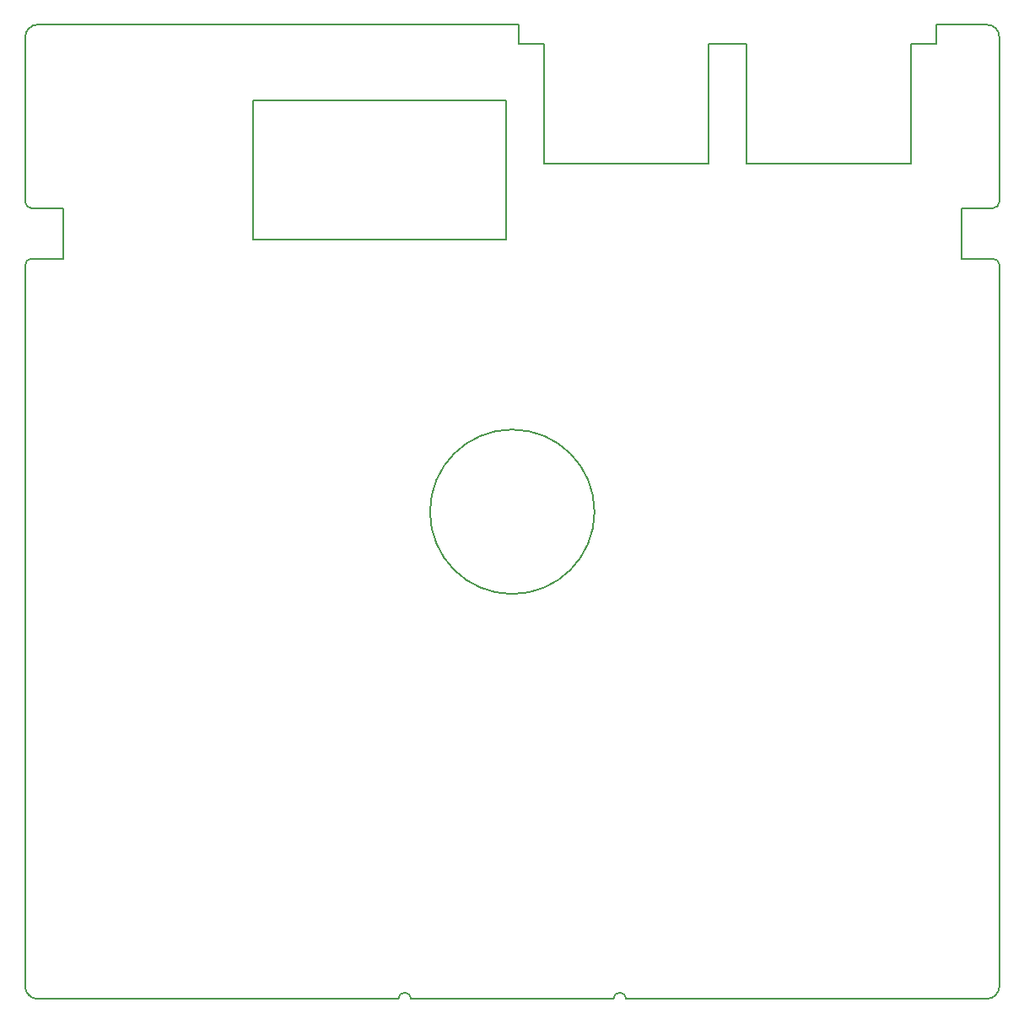
<source format=gm1>
G04 #@! TF.GenerationSoftware,KiCad,Pcbnew,(5.1.5)-3*
G04 #@! TF.CreationDate,2020-11-06T22:30:45+01:00*
G04 #@! TF.ProjectId,C64 Pi1541-II Faceplate,43363420-5069-4313-9534-312d49492046,rev?*
G04 #@! TF.SameCoordinates,Original*
G04 #@! TF.FileFunction,Profile,NP*
%FSLAX46Y46*%
G04 Gerber Fmt 4.6, Leading zero omitted, Abs format (unit mm)*
G04 Created by KiCad (PCBNEW (5.1.5)-3) date 2020-11-06 22:30:45*
%MOMM*%
%LPD*%
G04 APERTURE LIST*
%ADD10C,0.150000*%
G04 APERTURE END LIST*
D10*
X163830000Y-54610000D02*
X168910000Y-54610000D01*
X121920000Y-56515000D02*
X124460000Y-56515000D01*
X121920000Y-56515000D02*
X121920000Y-54610000D01*
X144780000Y-56515000D02*
X140970000Y-56515000D01*
X163830000Y-56515000D02*
X163830000Y-54610000D01*
X161290000Y-56515000D02*
X163830000Y-56515000D01*
X124460000Y-56515000D02*
X124460000Y-68580000D01*
X140970000Y-56515000D02*
X140970000Y-68580000D01*
X144780000Y-56515000D02*
X144780000Y-68580000D01*
X161290000Y-56515000D02*
X161290000Y-68580000D01*
X140970000Y-68580000D02*
X124460000Y-68580000D01*
X161290000Y-68580000D02*
X144780000Y-68580000D01*
X131445000Y-152400000D02*
X111125000Y-152400000D01*
X129540000Y-103505000D02*
G75*
G03X129540000Y-103505000I-8255000J0D01*
G01*
X132715000Y-152400000D02*
X168910000Y-152400000D01*
X131445000Y-152400000D02*
G75*
G02X132080000Y-151765000I635000J0D01*
G01*
X132080000Y-151765000D02*
G75*
G02X132715000Y-152400000I0J-635000D01*
G01*
X110490000Y-151765000D02*
G75*
G02X111125000Y-152400000I0J-635000D01*
G01*
X109855000Y-152400000D02*
G75*
G02X110490000Y-151765000I635000J0D01*
G01*
X170180000Y-55880000D02*
X170180000Y-72390000D01*
X170180000Y-72390000D02*
G75*
G02X169545000Y-73025000I-635000J0D01*
G01*
X166370000Y-78105000D02*
X169545000Y-78105000D01*
X166370000Y-78105000D02*
X166370000Y-73025000D01*
X166370000Y-73025000D02*
X169545000Y-73025000D01*
X169545000Y-78105000D02*
G75*
G02X170180000Y-78740000I0J-635000D01*
G01*
X72390000Y-78740000D02*
G75*
G02X73025000Y-78105000I635000J0D01*
G01*
X73025000Y-73025000D02*
G75*
G02X72390000Y-72390000I0J635000D01*
G01*
X95250000Y-76205000D02*
X95250000Y-62230000D01*
X120650000Y-76205000D02*
X95250000Y-76205000D01*
X120650000Y-62230000D02*
X120650000Y-76205000D01*
X95250000Y-62230000D02*
X120650000Y-62230000D01*
X76200000Y-78105000D02*
X73025000Y-78105000D01*
X76200000Y-73025000D02*
X76200000Y-78105000D01*
X73025000Y-73025000D02*
X76200000Y-73025000D01*
X72390000Y-78740000D02*
X72390000Y-151130000D01*
X72390000Y-72390000D02*
X72390000Y-55880000D01*
X121920000Y-54610000D02*
X73660000Y-54610000D01*
X73660000Y-54610000D02*
G75*
G03X72390000Y-55880000I0J-1270000D01*
G01*
X170180000Y-55880000D02*
G75*
G03X168910000Y-54610000I-1270000J0D01*
G01*
X170180000Y-151130000D02*
X170180000Y-78740000D01*
X168910000Y-152400000D02*
G75*
G03X170180000Y-151130000I0J1270000D01*
G01*
X73660000Y-152400000D02*
X109855000Y-152400000D01*
X72390000Y-151130000D02*
G75*
G03X73660000Y-152400000I1270000J0D01*
G01*
M02*

</source>
